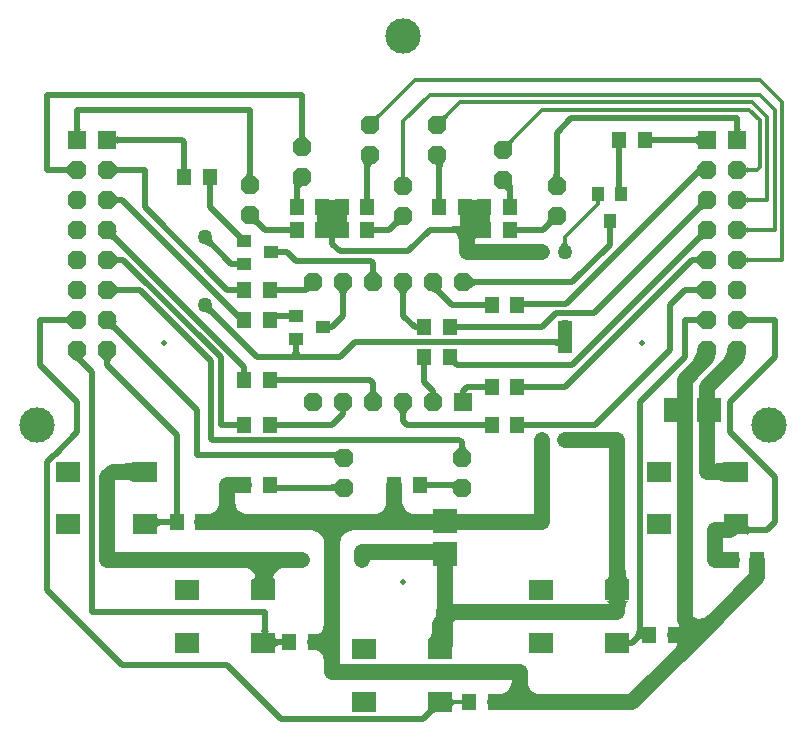
<source format=gtl>
G04 Layer_Physical_Order=1*
G04 Layer_Color=255*
%FSLAX25Y25*%
%MOIN*%
G70*
G01*
G75*
%ADD10R,0.04724X0.05512*%
%ADD11R,0.04921X0.03937*%
%ADD12R,0.05118X0.03937*%
%ADD13R,0.03937X0.04921*%
%ADD14R,0.03937X0.05118*%
%ADD15R,0.08000X0.08000*%
%ADD16R,0.08000X0.08000*%
%ADD17C,0.05200*%
%ADD18C,0.01300*%
%ADD19C,0.01900*%
%ADD20R,0.05000X0.10500*%
%ADD21R,0.10000X0.12500*%
%ADD22P,0.06819X8X22.5*%
%ADD23R,0.06300X0.06300*%
%ADD24R,0.08000X0.07000*%
%ADD25C,0.11811*%
%ADD26C,0.01969*%
%ADD27P,0.06819X8X292.5*%
%ADD28R,0.06300X0.06300*%
%ADD29C,0.05000*%
G36*
X284069Y144362D02*
X284293Y144307D01*
X284378Y144141D01*
X284322Y143866D01*
X284127Y143480D01*
X283793Y142983D01*
X283318Y142376D01*
X281950Y140832D01*
X280024Y138847D01*
X275881Y142058D01*
X276542Y142755D01*
X277134Y143452D01*
X277656Y144151D01*
X278109Y144851D01*
X278492Y145551D01*
X278805Y146253D01*
X279049Y146955D01*
X279223Y147659D01*
X279327Y148363D01*
X279362Y149069D01*
X284069Y144362D01*
D02*
G37*
G36*
X172101Y134613D02*
X172177Y133896D01*
X172242Y133605D01*
X172327Y133358D01*
X172431Y133157D01*
X172553Y133000D01*
X172694Y132888D01*
X172854Y132821D01*
X173033Y132799D01*
X169250D01*
X169429Y132821D01*
X169589Y132888D01*
X169730Y133000D01*
X169853Y133157D01*
X169956Y133358D01*
X170041Y133605D01*
X170107Y133896D01*
X170154Y134232D01*
X170182Y134613D01*
X170192Y135038D01*
X172092D01*
X172101Y134613D01*
D02*
G37*
G36*
X74747Y145184D02*
X74614Y145090D01*
X74538Y144964D01*
X74519Y144808D01*
X74559Y144621D01*
X74655Y144403D01*
X74810Y144155D01*
X75022Y143875D01*
X75292Y143565D01*
X75619Y143225D01*
X73810Y142347D01*
X73418Y142730D01*
X72382Y143637D01*
X72082Y143858D01*
X71806Y144040D01*
X71553Y144181D01*
X71323Y144281D01*
X71115Y144342D01*
X70931Y144362D01*
X74938Y145248D01*
X74747Y145184D01*
D02*
G37*
G36*
X294069Y144362D02*
X294293Y144307D01*
X294378Y144141D01*
X294322Y143866D01*
X294127Y143480D01*
X293793Y142983D01*
X293318Y142376D01*
X291950Y140832D01*
X290023Y138847D01*
X285881Y142058D01*
X286542Y142755D01*
X287134Y143452D01*
X287656Y144151D01*
X288109Y144851D01*
X288492Y145551D01*
X288805Y146253D01*
X289049Y146955D01*
X289223Y147659D01*
X289327Y148363D01*
X289362Y149069D01*
X294069Y144362D01*
D02*
G37*
G36*
X182854Y127179D02*
X182694Y127112D01*
X182553Y127000D01*
X182431Y126843D01*
X182327Y126642D01*
X182242Y126395D01*
X182176Y126104D01*
X182129Y125768D01*
X182101Y125388D01*
X182092Y124962D01*
X180192D01*
X180182Y125388D01*
X180107Y126104D01*
X180041Y126395D01*
X179956Y126642D01*
X179853Y126843D01*
X179730Y127000D01*
X179589Y127112D01*
X179429Y127179D01*
X179250Y127201D01*
X183033D01*
X182854Y127179D01*
D02*
G37*
G36*
X287981Y103323D02*
X287929Y103492D01*
X287772Y103643D01*
X287512Y103776D01*
X287148Y103891D01*
X286681Y103989D01*
X286108Y104069D01*
X284652Y104175D01*
X282781Y104211D01*
Y109411D01*
X283769Y109420D01*
X286681Y109633D01*
X287148Y109731D01*
X287512Y109846D01*
X287772Y109979D01*
X287929Y110130D01*
X287981Y110299D01*
Y103323D01*
D02*
G37*
G36*
X91130D02*
X91078Y103492D01*
X90922Y103643D01*
X90662Y103776D01*
X90298Y103891D01*
X89830Y103989D01*
X89258Y104069D01*
X87802Y104175D01*
X85930Y104211D01*
Y109411D01*
X86918Y109420D01*
X89830Y109633D01*
X90298Y109731D01*
X90662Y109846D01*
X90922Y109979D01*
X91078Y110130D01*
X91130Y110299D01*
Y103323D01*
D02*
G37*
G36*
X201786Y116227D02*
X201862Y115510D01*
X201927Y115219D01*
X202012Y114973D01*
X202116Y114771D01*
X202238Y114614D01*
X202379Y114502D01*
X202539Y114435D01*
X202718Y114413D01*
X198935D01*
X199114Y114435D01*
X199274Y114502D01*
X199415Y114614D01*
X199538Y114771D01*
X199641Y114973D01*
X199726Y115219D01*
X199792Y115510D01*
X199839Y115846D01*
X199867Y116227D01*
X199877Y116652D01*
X201777D01*
X201786Y116227D01*
D02*
G37*
G36*
X158331Y110600D02*
X158366Y110781D01*
X158352Y110942D01*
X158286Y111084D01*
X158171Y111208D01*
X158005Y111312D01*
X157788Y111398D01*
X157521Y111465D01*
X157204Y111512D01*
X156837Y111540D01*
X156419Y111550D01*
X156685Y113450D01*
X157174Y113459D01*
X158017Y113535D01*
X158370Y113601D01*
X158679Y113685D01*
X158942Y113789D01*
X159160Y113911D01*
X159333Y114053D01*
X159461Y114213D01*
X159544Y114392D01*
X158331Y110600D01*
D02*
G37*
G36*
X84182Y144642D02*
X84028Y144577D01*
X83893Y144469D01*
X83775Y144317D01*
X83676Y144123D01*
X83595Y143885D01*
X83531Y143603D01*
X83486Y143279D01*
X83459Y142911D01*
X83450Y142500D01*
X81550D01*
X81541Y142911D01*
X81469Y143603D01*
X81405Y143885D01*
X81324Y144123D01*
X81225Y144317D01*
X81107Y144469D01*
X80972Y144577D01*
X80818Y144642D01*
X80647Y144664D01*
X84354D01*
X84182Y144642D01*
D02*
G37*
G36*
X117507Y162253D02*
X117531Y162037D01*
X117573Y161825D01*
X117633Y161618D01*
X117711Y161415D01*
X117807Y161218D01*
X117920Y161025D01*
X118052Y160837D01*
X118201Y160654D01*
X118368Y160476D01*
X117024Y159132D01*
X116846Y159299D01*
X116663Y159448D01*
X116475Y159580D01*
X116282Y159693D01*
X116085Y159789D01*
X115883Y159867D01*
X115675Y159927D01*
X115463Y159969D01*
X115247Y159994D01*
X115025Y160000D01*
X117500Y162475D01*
X117507Y162253D01*
D02*
G37*
G36*
X279701Y155608D02*
X279679Y155787D01*
X279612Y155947D01*
X279500Y156089D01*
X279343Y156211D01*
X279142Y156315D01*
X278895Y156399D01*
X278604Y156465D01*
X278268Y156512D01*
X277888Y156541D01*
X277462Y156550D01*
Y158450D01*
X277888Y158459D01*
X278604Y158535D01*
X278895Y158601D01*
X279142Y158685D01*
X279343Y158789D01*
X279500Y158911D01*
X279612Y159053D01*
X279679Y159213D01*
X279701Y159391D01*
Y155608D01*
D02*
G37*
G36*
X182854Y167179D02*
X182694Y167112D01*
X182553Y167000D01*
X182431Y166843D01*
X182327Y166642D01*
X182242Y166395D01*
X182176Y166104D01*
X182129Y165768D01*
X182101Y165387D01*
X182092Y164962D01*
X180192D01*
X180182Y165387D01*
X180107Y166104D01*
X180041Y166395D01*
X179956Y166642D01*
X179853Y166843D01*
X179730Y167000D01*
X179589Y167112D01*
X179429Y167179D01*
X179250Y167201D01*
X183033D01*
X182854Y167179D01*
D02*
G37*
G36*
X162854D02*
X162694Y167112D01*
X162553Y167000D01*
X162431Y166843D01*
X162327Y166642D01*
X162242Y166395D01*
X162177Y166104D01*
X162129Y165768D01*
X162101Y165387D01*
X162092Y164962D01*
X160192D01*
X160182Y165387D01*
X160107Y166104D01*
X160041Y166395D01*
X159956Y166642D01*
X159853Y166843D01*
X159730Y167000D01*
X159589Y167112D01*
X159429Y167179D01*
X159250Y167201D01*
X163033D01*
X162854Y167179D01*
D02*
G37*
G36*
X69701Y155608D02*
X69679Y155787D01*
X69612Y155947D01*
X69500Y156089D01*
X69343Y156211D01*
X69142Y156315D01*
X68895Y156399D01*
X68604Y156465D01*
X68268Y156512D01*
X67888Y156541D01*
X67462Y156550D01*
Y158450D01*
X67888Y158459D01*
X68604Y158535D01*
X68895Y158601D01*
X69142Y158685D01*
X69343Y158789D01*
X69500Y158911D01*
X69612Y159053D01*
X69679Y159213D01*
X69701Y159391D01*
Y155608D01*
D02*
G37*
G36*
X233215Y148250D02*
X233053Y148402D01*
X232883Y148538D01*
X232703Y148658D01*
X232514Y148762D01*
X232316Y148850D01*
X232108Y148922D01*
X231892Y148978D01*
X231666Y149018D01*
X231432Y149042D01*
X231188Y149050D01*
Y150950D01*
X231432Y150958D01*
X231666Y150982D01*
X231892Y151022D01*
X232108Y151078D01*
X232316Y151150D01*
X232514Y151238D01*
X232703Y151342D01*
X232883Y151462D01*
X233053Y151598D01*
X233215Y151750D01*
Y148250D01*
D02*
G37*
G36*
X146441Y147489D02*
X146498Y147166D01*
X146593Y146881D01*
X146726Y146634D01*
X146897Y146425D01*
X147106Y146254D01*
X147353Y146121D01*
X147638Y146026D01*
X147961Y145969D01*
X148322Y145950D01*
X145472Y144050D01*
X142622Y145950D01*
X142983Y145969D01*
X143306Y146026D01*
X143591Y146121D01*
X143838Y146254D01*
X144047Y146425D01*
X144218Y146634D01*
X144351Y146881D01*
X144446Y147166D01*
X144503Y147489D01*
X144522Y147850D01*
X146422D01*
X146441Y147489D01*
D02*
G37*
G36*
X295329Y159220D02*
X295396Y159058D01*
X295508Y158915D01*
X295664Y158792D01*
X295865Y158687D01*
X296110Y158602D01*
X296400Y158536D01*
X296735Y158488D01*
X297114Y158459D01*
X297538Y158450D01*
Y156550D01*
X297114Y156541D01*
X296735Y156512D01*
X296400Y156465D01*
X296110Y156398D01*
X295865Y156313D01*
X295664Y156208D01*
X295508Y156085D01*
X295396Y155942D01*
X295329Y155780D01*
X295307Y155600D01*
Y159400D01*
X295329Y159220D01*
D02*
G37*
G36*
X85519Y156903D02*
X85463Y156733D01*
X85458Y156538D01*
X85505Y156318D01*
X85604Y156073D01*
X85754Y155803D01*
X85955Y155508D01*
X86208Y155188D01*
X86513Y154844D01*
X86869Y154475D01*
X85525Y153131D01*
X85156Y153487D01*
X84492Y154045D01*
X84197Y154246D01*
X83927Y154396D01*
X83682Y154495D01*
X83462Y154542D01*
X83267Y154537D01*
X83097Y154481D01*
X82951Y154374D01*
X85626Y157049D01*
X85519Y156903D01*
D02*
G37*
G36*
X197701Y100600D02*
X197736Y100780D01*
X197722Y100942D01*
X197656Y101084D01*
X197541Y101208D01*
X197375Y101312D01*
X197158Y101398D01*
X196892Y101464D01*
X196574Y101512D01*
X196207Y101541D01*
X195789Y101550D01*
X196056Y103450D01*
X196545Y103459D01*
X197387Y103535D01*
X197740Y103601D01*
X198049Y103685D01*
X198312Y103789D01*
X198530Y103911D01*
X198703Y104053D01*
X198831Y104213D01*
X198914Y104392D01*
X197701Y100600D01*
D02*
G37*
G36*
X197531Y51244D02*
X189800Y51232D01*
X189912Y51244D01*
X189555D01*
X189819Y51292D01*
X190055Y51436D01*
X190263Y51676D01*
X190444Y52012D01*
X190596Y52444D01*
X190721Y52972D01*
X190818Y53596D01*
X190888Y54316D01*
X190943Y56043D01*
X192390D01*
X192400Y56444D01*
X197600D01*
X197531Y51244D01*
D02*
G37*
G36*
X260969Y54989D02*
X261026Y54666D01*
X261121Y54381D01*
X261254Y54134D01*
X261425Y53925D01*
X261634Y53754D01*
X261881Y53621D01*
X262166Y53526D01*
X262489Y53469D01*
X262850Y53450D01*
X262294Y51550D01*
X261919Y51537D01*
X261556Y51496D01*
X261204Y51429D01*
X260862Y51335D01*
X260533Y51214D01*
X260214Y51066D01*
X259906Y50892D01*
X259610Y50690D01*
X259324Y50462D01*
X259050Y50207D01*
X257706Y51550D01*
X257962Y51824D01*
X258190Y52110D01*
X258392Y52406D01*
X258566Y52714D01*
X258714Y53033D01*
X258835Y53363D01*
X258929Y53704D01*
X258996Y54056D01*
X259037Y54419D01*
X259050Y54794D01*
X260950Y55350D01*
X260969Y54989D01*
D02*
G37*
G36*
X197600Y57500D02*
X195000D01*
X191705Y57882D01*
X191837Y58066D01*
X191955Y58340D01*
X192059Y58704D01*
X192150Y59159D01*
X192393Y62782D01*
X192400Y63777D01*
X197600Y57500D01*
D02*
G37*
G36*
X135959Y54966D02*
X135988Y54641D01*
X136036Y54354D01*
X136102Y54105D01*
X136188Y53895D01*
X136292Y53723D01*
X136416Y53589D01*
X136558Y53493D01*
X136720Y53436D01*
X136900Y53417D01*
X133100D01*
X133281Y53436D01*
X133442Y53493D01*
X133584Y53589D01*
X133708Y53723D01*
X133812Y53895D01*
X133898Y54105D01*
X133965Y54354D01*
X134012Y54641D01*
X134040Y54966D01*
X134050Y55329D01*
X135950D01*
X135959Y54966D01*
D02*
G37*
G36*
X138483Y51719D02*
X138541Y51558D01*
X138636Y51415D01*
X138770Y51292D01*
X138942Y51187D01*
X139153Y51102D01*
X139401Y51035D01*
X139688Y50988D01*
X140013Y50959D01*
X140376Y50950D01*
Y49050D01*
X140013Y49040D01*
X139688Y49012D01*
X139401Y48965D01*
X139153Y48898D01*
X138942Y48812D01*
X138770Y48708D01*
X138636Y48584D01*
X138541Y48442D01*
X138483Y48281D01*
X138464Y48100D01*
Y51900D01*
X138483Y51719D01*
D02*
G37*
G36*
X222652Y36812D02*
X222808Y35928D01*
X223068Y35148D01*
X223432Y34472D01*
X223900Y33900D01*
X224472Y33432D01*
X225148Y33068D01*
X225928Y32808D01*
X226812Y32652D01*
X227800Y32600D01*
X220000Y27400D01*
X212200Y32600D01*
X213188Y32652D01*
X214072Y32808D01*
X214852Y33068D01*
X215528Y33432D01*
X216100Y33900D01*
X216568Y34472D01*
X216932Y35148D01*
X217192Y35928D01*
X217348Y36812D01*
X217400Y37800D01*
X222600D01*
X222652Y36812D01*
D02*
G37*
G36*
X192742Y26768D02*
X192572Y26853D01*
X192380Y26889D01*
X192166Y26877D01*
X191930Y26815D01*
X191672Y26705D01*
X191393Y26547D01*
X191091Y26339D01*
X190768Y26083D01*
X190422Y25778D01*
X190055Y25424D01*
X188212Y26268D01*
X188610Y26680D01*
X189232Y27409D01*
X189454Y27725D01*
X189618Y28010D01*
X189723Y28262D01*
X189769Y28483D01*
X189757Y28673D01*
X189685Y28830D01*
X189555Y28955D01*
X192742Y26768D01*
D02*
G37*
G36*
X160100Y50000D02*
X154900Y42200D01*
X154868Y43188D01*
X154773Y44072D01*
X154615Y44852D01*
X154393Y45528D01*
X154108Y46100D01*
X153760Y46568D01*
X153348Y46932D01*
X152873Y47192D01*
X152334Y47348D01*
X151732Y47400D01*
Y52600D01*
X152334Y52652D01*
X152873Y52808D01*
X153348Y53068D01*
X153760Y53432D01*
X154108Y53900D01*
X154393Y54472D01*
X154615Y55148D01*
X154773Y55928D01*
X154868Y56812D01*
X154900Y57800D01*
X160100Y50000D01*
D02*
G37*
G36*
X197532Y31176D02*
X197572Y31066D01*
X197637Y30968D01*
X197729Y30884D01*
X197847Y30812D01*
X197992Y30754D01*
X198162Y30709D01*
X198359Y30676D01*
X198582Y30656D01*
X198831Y30650D01*
Y29350D01*
X198582Y29344D01*
X198359Y29324D01*
X198162Y29291D01*
X197992Y29246D01*
X197847Y29188D01*
X197729Y29116D01*
X197637Y29032D01*
X197572Y28934D01*
X197532Y28824D01*
X197519Y28700D01*
Y31300D01*
X197532Y31176D01*
D02*
G37*
G36*
X281838Y50661D02*
X278162Y46985D01*
X270046Y46223D01*
X271290Y47547D01*
X271742Y48098D01*
X272081Y48576D01*
X272306Y48981D01*
X272418Y49312D01*
X272417Y49569D01*
X272302Y49753D01*
X272074Y49863D01*
X271732Y49900D01*
Y55100D01*
X272427Y55123D01*
X272697Y55151D01*
X272917Y55190D01*
X273085Y55240D01*
X273202Y55302D01*
X273269Y55375D01*
X273284Y55459D01*
X273248Y55555D01*
X273162Y55661D01*
X276838Y59338D01*
X277476Y58775D01*
X278124Y58347D01*
X278782Y58057D01*
X279450Y57903D01*
X280129Y57887D01*
X280818Y58007D01*
X281517Y58263D01*
X282227Y58657D01*
X282947Y59187D01*
X283677Y59854D01*
X281838Y50661D01*
D02*
G37*
G36*
X99113Y91720D02*
X99171Y91558D01*
X99266Y91416D01*
X99400Y91292D01*
X99572Y91188D01*
X99782Y91102D01*
X100031Y91035D01*
X100318Y90988D01*
X100643Y90960D01*
X101006Y90950D01*
Y89050D01*
X100643Y89040D01*
X100318Y89012D01*
X100031Y88964D01*
X99782Y88898D01*
X99572Y88813D01*
X99400Y88708D01*
X99266Y88585D01*
X99171Y88442D01*
X99113Y88280D01*
X99094Y88100D01*
Y91900D01*
X99113Y91720D01*
D02*
G37*
G36*
X180920Y96812D02*
X181076Y95928D01*
X181336Y95148D01*
X181700Y94472D01*
X182168Y93900D01*
X182740Y93432D01*
X183416Y93068D01*
X184196Y92808D01*
X185080Y92652D01*
X186068Y92600D01*
X178268Y87400D01*
X170468Y92600D01*
X171456Y92652D01*
X172340Y92808D01*
X173120Y93068D01*
X173796Y93432D01*
X174368Y93900D01*
X174836Y94472D01*
X175200Y95148D01*
X175460Y95928D01*
X175616Y96812D01*
X175668Y97800D01*
X180868D01*
X180920Y96812D01*
D02*
G37*
G36*
X158658Y99723D02*
X158636Y99901D01*
X158569Y100062D01*
X158457Y100203D01*
X158300Y100325D01*
X158098Y100429D01*
X157852Y100514D01*
X157561Y100579D01*
X157225Y100627D01*
X156844Y100655D01*
X156419Y100664D01*
Y102564D01*
X156844Y102574D01*
X157561Y102649D01*
X157852Y102715D01*
X158098Y102799D01*
X158300Y102903D01*
X158457Y103025D01*
X158569Y103167D01*
X158636Y103327D01*
X158658Y103506D01*
Y99723D01*
D02*
G37*
G36*
X295964Y89219D02*
X296022Y89058D01*
X296118Y88915D01*
X296252Y88792D01*
X296424Y88687D01*
X296634Y88602D01*
X296883Y88535D01*
X297169Y88488D01*
X297494Y88459D01*
X297856Y88450D01*
Y86550D01*
X297496Y86543D01*
X296887Y86485D01*
X296640Y86434D01*
X296431Y86368D01*
X296260Y86288D01*
X296128Y86194D01*
X296033Y86085D01*
X295975Y85961D01*
X295956Y85823D01*
X295954Y86477D01*
X293886Y86328D01*
X293348Y86230D01*
X292889Y86114D01*
X292511Y85981D01*
X292213Y85829D01*
X291995Y85660D01*
Y89340D01*
X292213Y89171D01*
X292511Y89019D01*
X292889Y88886D01*
X293348Y88770D01*
X293886Y88672D01*
X295202Y88530D01*
X295948Y88498D01*
X295944Y89400D01*
X295964Y89219D01*
D02*
G37*
G36*
X125152Y96812D02*
X125308Y95928D01*
X125568Y95148D01*
X125932Y94472D01*
X126400Y93900D01*
X126972Y93432D01*
X127648Y93068D01*
X128428Y92808D01*
X129312Y92652D01*
X130300Y92600D01*
X122500Y87400D01*
X114700Y92600D01*
X115688Y92652D01*
X116572Y92808D01*
X117352Y93068D01*
X118028Y93432D01*
X118600Y93900D01*
X119068Y94472D01*
X119432Y95148D01*
X119692Y95928D01*
X119848Y96812D01*
X119900Y97800D01*
X125100D01*
X125152Y96812D01*
D02*
G37*
G36*
X142800Y74900D02*
X141812Y74848D01*
X140928Y74692D01*
X140148Y74432D01*
X139472Y74068D01*
X138900Y73600D01*
X138432Y73028D01*
X138068Y72352D01*
X137899Y71843D01*
X137915Y71761D01*
X138029Y71397D01*
X138161Y71137D01*
X138310Y70981D01*
X138476Y70929D01*
X137695D01*
X137652Y70688D01*
X137600Y69700D01*
X132400D01*
X132348Y70688D01*
X132306Y70929D01*
X130500D01*
X130861Y70981D01*
X131184Y71137D01*
X131469Y71397D01*
X131716Y71761D01*
X131925Y72229D01*
X131948Y72305D01*
X131932Y72352D01*
X131568Y73028D01*
X131100Y73600D01*
X130528Y74068D01*
X129852Y74432D01*
X129072Y74692D01*
X128188Y74848D01*
X127200Y74900D01*
X135000Y80100D01*
X142800Y74900D01*
D02*
G37*
G36*
X256215Y63914D02*
X256001Y63799D01*
X255813Y63606D01*
X255650Y63336D01*
X255512Y62989D01*
X255399Y62565D01*
X255311Y62064D01*
X255249Y61486D01*
X255198Y60098D01*
X249998D01*
X249986Y60831D01*
X249886Y62064D01*
X249798Y62565D01*
X249685Y62989D01*
X249547Y63336D01*
X249384Y63606D01*
X249196Y63799D01*
X248982Y63914D01*
X248744Y63953D01*
X256453D01*
X256215Y63914D01*
D02*
G37*
G36*
X165300Y87400D02*
X164312Y87348D01*
X163428Y87192D01*
X162648Y86932D01*
X161972Y86568D01*
X161400Y86100D01*
X160932Y85528D01*
X160568Y84852D01*
X160308Y84072D01*
X160152Y83188D01*
X160100Y82200D01*
X154900D01*
X154848Y83188D01*
X154692Y84072D01*
X154432Y84852D01*
X154068Y85528D01*
X153600Y86100D01*
X153028Y86568D01*
X152352Y86932D01*
X151572Y87192D01*
X150688Y87348D01*
X149700Y87400D01*
X157500Y92600D01*
X165300Y87400D01*
D02*
G37*
G36*
X255212Y75141D02*
X255323Y73477D01*
X255420Y72801D01*
X255545Y72229D01*
X255698Y71761D01*
X255878Y71397D01*
X256087Y71137D01*
X256323Y70981D01*
X256586Y70929D01*
X248610D01*
X248874Y70981D01*
X249110Y71137D01*
X249318Y71397D01*
X249499Y71761D01*
X249651Y72229D01*
X249776Y72801D01*
X249873Y73477D01*
X249943Y74257D01*
X249998Y76129D01*
X255198D01*
X255212Y75141D01*
D02*
G37*
G36*
X85329Y209220D02*
X85396Y209058D01*
X85508Y208915D01*
X85664Y208792D01*
X85865Y208687D01*
X86110Y208602D01*
X86400Y208536D01*
X86735Y208488D01*
X87114Y208459D01*
X87538Y208450D01*
Y206550D01*
X87114Y206540D01*
X86735Y206512D01*
X86400Y206465D01*
X86110Y206398D01*
X85865Y206312D01*
X85664Y206208D01*
X85508Y206084D01*
X85396Y205942D01*
X85329Y205781D01*
X85307Y205600D01*
Y209400D01*
X85329Y209220D01*
D02*
G37*
G36*
X130959Y207113D02*
X131035Y206396D01*
X131101Y206105D01*
X131185Y205858D01*
X131289Y205657D01*
X131411Y205500D01*
X131553Y205388D01*
X131713Y205321D01*
X131892Y205298D01*
X128109D01*
X128287Y205321D01*
X128447Y205388D01*
X128589Y205500D01*
X128711Y205657D01*
X128815Y205858D01*
X128899Y206105D01*
X128965Y206396D01*
X129012Y206732D01*
X129041Y207113D01*
X129050Y207538D01*
X130950D01*
X130959Y207113D01*
D02*
G37*
G36*
X295651Y208677D02*
X295690Y208566D01*
X295755Y208469D01*
X295846Y208384D01*
X295963Y208313D01*
X296106Y208254D01*
X296275Y208208D01*
X296470Y208176D01*
X296691Y208156D01*
X296938Y208150D01*
Y206850D01*
X296691Y206843D01*
X296470Y206824D01*
X296275Y206791D01*
X296106Y206746D01*
X295963Y206687D01*
X295846Y206616D01*
X295755Y206532D01*
X295690Y206434D01*
X295651Y206324D01*
X295638Y206200D01*
Y208800D01*
X295651Y208677D01*
D02*
G37*
G36*
X69701Y205609D02*
X69679Y205787D01*
X69612Y205947D01*
X69500Y206089D01*
X69343Y206211D01*
X69142Y206315D01*
X68895Y206399D01*
X68604Y206465D01*
X68268Y206512D01*
X67888Y206541D01*
X67462Y206550D01*
Y208450D01*
X67888Y208459D01*
X68604Y208535D01*
X68895Y208601D01*
X69142Y208685D01*
X69343Y208789D01*
X69500Y208911D01*
X69612Y209053D01*
X69679Y209213D01*
X69701Y209391D01*
Y205609D01*
D02*
G37*
G36*
X181798Y206354D02*
X181818Y206131D01*
X181850Y205934D01*
X181896Y205764D01*
X181954Y205619D01*
X182026Y205501D01*
X182110Y205409D01*
X182208Y205344D01*
X182318Y205305D01*
X182442Y205291D01*
X179842D01*
X179965Y205305D01*
X180076Y205344D01*
X180173Y205409D01*
X180258Y205501D01*
X180329Y205619D01*
X180388Y205764D01*
X180433Y205934D01*
X180466Y206131D01*
X180485Y206354D01*
X180492Y206603D01*
X181792D01*
X181798Y206354D01*
D02*
G37*
G36*
X147668Y201874D02*
X147487Y201935D01*
X147326Y201941D01*
X147183Y201890D01*
X147060Y201783D01*
X146955Y201620D01*
X146870Y201400D01*
X146803Y201125D01*
X146756Y200794D01*
X146727Y200406D01*
X146718Y199962D01*
X144818Y201075D01*
X144813Y201441D01*
X144745Y202364D01*
X144704Y202614D01*
X144654Y202835D01*
X144594Y203028D01*
X144526Y203191D01*
X144449Y203325D01*
X144362Y203431D01*
X147668Y201874D01*
D02*
G37*
G36*
X217733Y202367D02*
X217722Y202271D01*
X217705Y201912D01*
X217682Y199495D01*
X215782Y198938D01*
X215773Y199393D01*
X215697Y200127D01*
X215630Y200406D01*
X215545Y200626D01*
X215440Y200788D01*
X215317Y200892D01*
X215174Y200936D01*
X215013Y200923D01*
X214832Y200850D01*
X217744Y202407D01*
X217733Y202367D01*
D02*
G37*
G36*
X280248Y205062D02*
X280185Y205253D01*
X280090Y205386D01*
X279964Y205462D01*
X279808Y205481D01*
X279621Y205441D01*
X279403Y205345D01*
X279155Y205190D01*
X278875Y204978D01*
X278566Y204709D01*
X278225Y204381D01*
X277347Y206190D01*
X277730Y206582D01*
X278637Y207618D01*
X278858Y207918D01*
X279040Y208194D01*
X279181Y208447D01*
X279281Y208678D01*
X279342Y208885D01*
X279362Y209069D01*
X280248Y205062D01*
D02*
G37*
G36*
X233282Y206778D02*
X233358Y206061D01*
X233423Y205770D01*
X233508Y205524D01*
X233612Y205322D01*
X233734Y205165D01*
X233875Y205053D01*
X234035Y204986D01*
X234214Y204964D01*
X230431D01*
X230610Y204986D01*
X230770Y205053D01*
X230911Y205165D01*
X231034Y205322D01*
X231137Y205524D01*
X231222Y205770D01*
X231288Y206061D01*
X231335Y206397D01*
X231363Y206778D01*
X231373Y207203D01*
X233273D01*
X233282Y206778D01*
D02*
G37*
G36*
X194980Y210392D02*
X194820Y210268D01*
X194679Y210098D01*
X194557Y209881D01*
X194453Y209619D01*
X194368Y209310D01*
X194302Y208954D01*
X194255Y208553D01*
X194227Y208105D01*
X194218Y207611D01*
X192318Y207462D01*
X192308Y207875D01*
X192280Y208238D01*
X192232Y208552D01*
X192166Y208817D01*
X192080Y209033D01*
X191976Y209200D01*
X191852Y209317D01*
X191710Y209385D01*
X191548Y209404D01*
X191368Y209374D01*
X195159Y210469D01*
X194980Y210392D01*
D02*
G37*
G36*
X293460Y222175D02*
X293488Y221850D01*
X293535Y221563D01*
X293602Y221314D01*
X293688Y221104D01*
X293792Y220932D01*
X293916Y220798D01*
X294058Y220703D01*
X294219Y220645D01*
X294400Y220626D01*
X290600D01*
X290780Y220645D01*
X290942Y220703D01*
X291085Y220798D01*
X291208Y220932D01*
X291313Y221104D01*
X291398Y221314D01*
X291464Y221563D01*
X291512Y221850D01*
X291541Y222175D01*
X291550Y222538D01*
X293450D01*
X293460Y222175D01*
D02*
G37*
G36*
X73460D02*
X73488Y221850D01*
X73536Y221563D01*
X73602Y221314D01*
X73687Y221104D01*
X73792Y220932D01*
X73915Y220798D01*
X74058Y220703D01*
X74220Y220645D01*
X74400Y220626D01*
X70600D01*
X70780Y220645D01*
X70942Y220703D01*
X71084Y220798D01*
X71208Y220932D01*
X71312Y221104D01*
X71398Y221314D01*
X71465Y221563D01*
X71512Y221850D01*
X71540Y222175D01*
X71550Y222538D01*
X73450D01*
X73460Y222175D01*
D02*
G37*
G36*
X196232Y225313D02*
X196036Y225107D01*
X195869Y224913D01*
X195733Y224732D01*
X195626Y224562D01*
X195551Y224405D01*
X195505Y224259D01*
X195490Y224126D01*
X195505Y224005D01*
X195550Y223896D01*
X195626Y223799D01*
X193799Y225626D01*
X193896Y225550D01*
X194005Y225505D01*
X194126Y225490D01*
X194259Y225505D01*
X194405Y225551D01*
X194562Y225626D01*
X194732Y225733D01*
X194913Y225869D01*
X195107Y226035D01*
X195313Y226232D01*
X196232Y225313D01*
D02*
G37*
G36*
X173732D02*
X173536Y225107D01*
X173369Y224913D01*
X173233Y224732D01*
X173126Y224562D01*
X173051Y224405D01*
X173005Y224259D01*
X172990Y224126D01*
X173005Y224005D01*
X173050Y223896D01*
X173126Y223799D01*
X171300Y225626D01*
X171396Y225550D01*
X171505Y225505D01*
X171626Y225490D01*
X171759Y225505D01*
X171905Y225551D01*
X172062Y225626D01*
X172232Y225733D01*
X172413Y225869D01*
X172607Y226035D01*
X172813Y226232D01*
X173732Y225313D01*
D02*
G37*
G36*
X148459Y219613D02*
X148535Y218896D01*
X148601Y218605D01*
X148685Y218358D01*
X148789Y218157D01*
X148911Y218000D01*
X149053Y217888D01*
X149213Y217821D01*
X149391Y217798D01*
X145608D01*
X145787Y217821D01*
X145947Y217888D01*
X146089Y218000D01*
X146211Y218157D01*
X146315Y218358D01*
X146399Y218605D01*
X146465Y218896D01*
X146512Y219232D01*
X146541Y219613D01*
X146550Y220038D01*
X148450D01*
X148459Y219613D01*
D02*
G37*
G36*
X85645Y219219D02*
X85703Y219058D01*
X85798Y218916D01*
X85932Y218792D01*
X86104Y218688D01*
X86314Y218602D01*
X86563Y218535D01*
X86850Y218488D01*
X87175Y218460D01*
X87538Y218450D01*
Y216550D01*
X87175Y216541D01*
X86850Y216512D01*
X86563Y216464D01*
X86314Y216398D01*
X86104Y216313D01*
X85932Y216208D01*
X85798Y216085D01*
X85703Y215942D01*
X85645Y215780D01*
X85626Y215600D01*
Y219400D01*
X85645Y219219D01*
D02*
G37*
G36*
X171132Y209374D02*
X170952Y209404D01*
X170790Y209385D01*
X170648Y209317D01*
X170524Y209200D01*
X170420Y209033D01*
X170334Y208817D01*
X170268Y208552D01*
X170220Y208238D01*
X170192Y207875D01*
X170182Y207462D01*
X168282Y207611D01*
X168273Y208105D01*
X168198Y208954D01*
X168132Y209310D01*
X168047Y209619D01*
X167943Y209881D01*
X167821Y210098D01*
X167680Y210268D01*
X167520Y210392D01*
X167341Y210469D01*
X171132Y209374D01*
D02*
G37*
G36*
X218024Y217105D02*
X217832Y216903D01*
X217672Y216716D01*
X217545Y216543D01*
X217450Y216383D01*
X217387Y216238D01*
X217356Y216106D01*
X217358Y215988D01*
X217391Y215884D01*
X217457Y215793D01*
X217556Y215717D01*
X216553Y216326D01*
X216899Y215980D01*
X215556Y214606D01*
X214606Y215556D01*
X214625Y215570D01*
X214671Y215610D01*
X215725Y216644D01*
X215840Y216759D01*
X215276Y217102D01*
X215396Y217050D01*
X215530Y217030D01*
X215677Y217041D01*
X215839Y217085D01*
X216015Y217161D01*
X216205Y217269D01*
X216409Y217410D01*
X216627Y217582D01*
X216859Y217787D01*
X217105Y218024D01*
X218024Y217105D01*
D02*
G37*
G36*
X279374Y215600D02*
X279355Y215780D01*
X279297Y215942D01*
X279202Y216085D01*
X279068Y216208D01*
X278896Y216313D01*
X278686Y216398D01*
X278437Y216464D01*
X278150Y216512D01*
X277825Y216541D01*
X277462Y216550D01*
Y218450D01*
X277825Y218460D01*
X278150Y218488D01*
X278437Y218535D01*
X278686Y218602D01*
X278896Y218688D01*
X279068Y218792D01*
X279202Y218916D01*
X279297Y219058D01*
X279355Y219219D01*
X279374Y219400D01*
Y215600D01*
D02*
G37*
G36*
X295651Y198677D02*
X295690Y198566D01*
X295755Y198468D01*
X295846Y198384D01*
X295963Y198312D01*
X296106Y198254D01*
X296275Y198208D01*
X296470Y198176D01*
X296691Y198156D01*
X296938Y198150D01*
Y196850D01*
X296691Y196844D01*
X296470Y196824D01*
X296275Y196792D01*
X296106Y196746D01*
X295963Y196687D01*
X295846Y196616D01*
X295755Y196531D01*
X295690Y196434D01*
X295651Y196324D01*
X295638Y196200D01*
Y198800D01*
X295651Y198677D01*
D02*
G37*
G36*
X279663Y175646D02*
X279642Y175818D01*
X279577Y175972D01*
X279469Y176107D01*
X279317Y176225D01*
X279123Y176324D01*
X278885Y176405D01*
X278603Y176469D01*
X278279Y176514D01*
X277911Y176541D01*
X277500Y176550D01*
Y178450D01*
X277911Y178459D01*
X278603Y178531D01*
X278885Y178595D01*
X279123Y178676D01*
X279317Y178775D01*
X279469Y178893D01*
X279577Y179028D01*
X279642Y179182D01*
X279663Y179353D01*
Y175646D01*
D02*
G37*
G36*
X85329Y179219D02*
X85396Y179058D01*
X85508Y178916D01*
X85664Y178792D01*
X85865Y178688D01*
X86110Y178602D01*
X86400Y178535D01*
X86735Y178488D01*
X87114Y178460D01*
X87538Y178450D01*
Y176550D01*
X87114Y176541D01*
X86735Y176512D01*
X86400Y176464D01*
X86110Y176398D01*
X85865Y176312D01*
X85664Y176208D01*
X85508Y176084D01*
X85396Y175942D01*
X85329Y175780D01*
X85307Y175600D01*
Y179400D01*
X85329Y179219D01*
D02*
G37*
G36*
X117507Y184753D02*
X117531Y184537D01*
X117573Y184325D01*
X117633Y184117D01*
X117711Y183915D01*
X117807Y183718D01*
X117920Y183525D01*
X118052Y183337D01*
X118201Y183154D01*
X118368Y182976D01*
X117024Y181632D01*
X116846Y181799D01*
X116663Y181948D01*
X116475Y182080D01*
X116282Y182193D01*
X116085Y182289D01*
X115883Y182367D01*
X115675Y182427D01*
X115463Y182469D01*
X115247Y182493D01*
X115025Y182500D01*
X117500Y184975D01*
X117507Y184753D01*
D02*
G37*
G36*
X295651Y178676D02*
X295690Y178566D01*
X295755Y178469D01*
X295846Y178384D01*
X295963Y178313D01*
X296106Y178254D01*
X296275Y178208D01*
X296470Y178176D01*
X296691Y178156D01*
X296938Y178150D01*
Y176850D01*
X296691Y176844D01*
X296470Y176824D01*
X296275Y176792D01*
X296106Y176746D01*
X295963Y176688D01*
X295846Y176616D01*
X295755Y176532D01*
X295690Y176434D01*
X295651Y176323D01*
X295638Y176200D01*
Y178800D01*
X295651Y178676D01*
D02*
G37*
G36*
X172101Y174612D02*
X172177Y173896D01*
X172242Y173605D01*
X172327Y173358D01*
X172431Y173157D01*
X172553Y173000D01*
X172694Y172888D01*
X172854Y172821D01*
X173033Y172799D01*
X169250D01*
X169429Y172821D01*
X169589Y172888D01*
X169730Y173000D01*
X169853Y173157D01*
X169956Y173358D01*
X170041Y173605D01*
X170107Y173896D01*
X170154Y174232D01*
X170182Y174612D01*
X170192Y175038D01*
X172092D01*
X172101Y174612D01*
D02*
G37*
G36*
X85329Y169220D02*
X85396Y169058D01*
X85508Y168915D01*
X85664Y168792D01*
X85865Y168687D01*
X86110Y168602D01*
X86400Y168535D01*
X86735Y168488D01*
X87114Y168459D01*
X87538Y168450D01*
Y166550D01*
X87114Y166541D01*
X86735Y166512D01*
X86400Y166464D01*
X86110Y166398D01*
X85865Y166313D01*
X85664Y166208D01*
X85508Y166085D01*
X85396Y165942D01*
X85329Y165780D01*
X85307Y165600D01*
Y169400D01*
X85329Y169220D01*
D02*
G37*
G36*
X194094Y168337D02*
X193981Y168222D01*
X193920Y168082D01*
X193910Y167917D01*
X193952Y167727D01*
X194046Y167512D01*
X194192Y167272D01*
X194389Y167008D01*
X194639Y166718D01*
X194940Y166404D01*
X193138Y165518D01*
X192798Y165846D01*
X192165Y166372D01*
X191872Y166571D01*
X191596Y166728D01*
X191335Y166842D01*
X191090Y166914D01*
X190861Y166943D01*
X190648Y166930D01*
X190451Y166874D01*
X194259Y168428D01*
X194094Y168337D01*
D02*
G37*
G36*
X203971Y171720D02*
X204038Y171558D01*
X204150Y171415D01*
X204306Y171292D01*
X204506Y171187D01*
X204752Y171102D01*
X205042Y171036D01*
X205377Y170988D01*
X205756Y170959D01*
X206180Y170950D01*
Y169050D01*
X205756Y169041D01*
X205377Y169012D01*
X205042Y168965D01*
X204752Y168898D01*
X204506Y168813D01*
X204306Y168708D01*
X204150Y168585D01*
X204038Y168442D01*
X203971Y168280D01*
X203949Y168100D01*
Y171900D01*
X203971Y171720D01*
D02*
G37*
G36*
X279701Y165609D02*
X279679Y165787D01*
X279612Y165947D01*
X279500Y166089D01*
X279343Y166211D01*
X279142Y166315D01*
X278895Y166399D01*
X278604Y166465D01*
X278268Y166512D01*
X277888Y166541D01*
X277462Y166550D01*
Y168450D01*
X277888Y168459D01*
X278604Y168535D01*
X278895Y168601D01*
X279142Y168685D01*
X279343Y168789D01*
X279500Y168911D01*
X279612Y169053D01*
X279679Y169213D01*
X279701Y169392D01*
Y165609D01*
D02*
G37*
G36*
X235661Y183704D02*
X235694Y183493D01*
X235749Y183281D01*
X235826Y183069D01*
X235925Y182857D01*
X236046Y182643D01*
X236189Y182430D01*
X236354Y182215D01*
X236541Y182001D01*
X236750Y181785D01*
X233250D01*
X233459Y182001D01*
X233646Y182215D01*
X233811Y182430D01*
X233954Y182643D01*
X234075Y182857D01*
X234174Y183069D01*
X234251Y183281D01*
X234306Y183493D01*
X234339Y183704D01*
X234350Y183914D01*
X235650D01*
X235661Y183704D01*
D02*
G37*
G36*
X231872Y189039D02*
X231726Y189147D01*
X231556Y189203D01*
X231361Y189207D01*
X231140Y189160D01*
X230895Y189061D01*
X230626Y188911D01*
X230331Y188710D01*
X230011Y188457D01*
X229667Y188153D01*
X229298Y187797D01*
X227954Y189140D01*
X228310Y189509D01*
X228868Y190173D01*
X229069Y190468D01*
X229219Y190738D01*
X229317Y190983D01*
X229365Y191203D01*
X229360Y191398D01*
X229304Y191569D01*
X229197Y191714D01*
X231872Y189039D01*
D02*
G37*
G36*
X180691D02*
X180545Y189147D01*
X180375Y189203D01*
X180179Y189207D01*
X179959Y189160D01*
X179714Y189061D01*
X179444Y188911D01*
X179150Y188710D01*
X178830Y188457D01*
X178486Y188153D01*
X178117Y187797D01*
X176773Y189140D01*
X177129Y189509D01*
X177686Y190173D01*
X177888Y190468D01*
X178038Y190738D01*
X178136Y190983D01*
X178183Y191203D01*
X178179Y191398D01*
X178123Y191569D01*
X178016Y191714D01*
X180691Y189039D01*
D02*
G37*
G36*
X85366Y199189D02*
X85431Y199034D01*
X85539Y198897D01*
X85690Y198778D01*
X85884Y198678D01*
X86121Y198596D01*
X86401Y198532D01*
X86724Y198486D01*
X87090Y198459D01*
X87500Y198450D01*
Y196550D01*
X87090Y196541D01*
X86401Y196468D01*
X86121Y196404D01*
X85884Y196322D01*
X85690Y196222D01*
X85539Y196103D01*
X85431Y195966D01*
X85366Y195811D01*
X85345Y195638D01*
Y199362D01*
X85366Y199189D01*
D02*
G37*
G36*
X282049Y194374D02*
X281903Y194481D01*
X281733Y194537D01*
X281538Y194542D01*
X281318Y194495D01*
X281073Y194396D01*
X280803Y194246D01*
X280508Y194045D01*
X280188Y193792D01*
X279844Y193487D01*
X279475Y193131D01*
X278131Y194475D01*
X278487Y194844D01*
X279045Y195508D01*
X279246Y195803D01*
X279396Y196073D01*
X279495Y196318D01*
X279542Y196538D01*
X279537Y196733D01*
X279481Y196903D01*
X279374Y197049D01*
X282049Y194374D01*
D02*
G37*
G36*
X133019Y191903D02*
X132963Y191733D01*
X132958Y191538D01*
X133005Y191318D01*
X133104Y191073D01*
X133254Y190803D01*
X133455Y190508D01*
X133708Y190188D01*
X134013Y189844D01*
X134369Y189475D01*
X133025Y188131D01*
X132656Y188487D01*
X131992Y189045D01*
X131697Y189246D01*
X131427Y189396D01*
X131182Y189495D01*
X130962Y189542D01*
X130767Y189537D01*
X130597Y189481D01*
X130451Y189374D01*
X133126Y192049D01*
X133019Y191903D01*
D02*
G37*
G36*
X282049Y184374D02*
X281903Y184481D01*
X281733Y184537D01*
X281538Y184542D01*
X281318Y184495D01*
X281073Y184396D01*
X280803Y184246D01*
X280508Y184045D01*
X280188Y183792D01*
X279844Y183487D01*
X279475Y183131D01*
X278131Y184475D01*
X278487Y184844D01*
X279045Y185508D01*
X279246Y185803D01*
X279396Y186073D01*
X279495Y186318D01*
X279542Y186538D01*
X279537Y186733D01*
X279481Y186903D01*
X279374Y187049D01*
X282049Y184374D01*
D02*
G37*
G36*
X85519Y186903D02*
X85463Y186733D01*
X85458Y186538D01*
X85505Y186318D01*
X85604Y186073D01*
X85754Y185803D01*
X85955Y185508D01*
X86208Y185188D01*
X86513Y184844D01*
X86869Y184475D01*
X85525Y183131D01*
X85156Y183487D01*
X84492Y184045D01*
X84197Y184246D01*
X83927Y184396D01*
X83682Y184495D01*
X83462Y184542D01*
X83267Y184537D01*
X83097Y184481D01*
X82951Y184374D01*
X85626Y187049D01*
X85519Y186903D01*
D02*
G37*
G36*
X204409Y189325D02*
X204722Y189141D01*
X205064Y188979D01*
X205435Y188839D01*
X205835Y188720D01*
X206264Y188623D01*
X206722Y188547D01*
X207208Y188493D01*
X208268Y188450D01*
Y186550D01*
X207723Y186539D01*
X206722Y186453D01*
X206454Y186408D01*
X206316Y186342D01*
X206031Y186082D01*
X205784Y185718D01*
X205575Y185250D01*
X205404Y184678D01*
X205271Y184002D01*
X205119Y182338D01*
X205100Y181350D01*
X199900D01*
X199881Y182338D01*
X199824Y183222D01*
X199729Y184002D01*
X199596Y184678D01*
X199425Y185250D01*
X199216Y185718D01*
X198969Y186082D01*
X198690Y186336D01*
X197455Y186470D01*
X195818Y186541D01*
X194880Y186550D01*
Y188450D01*
X195818Y188459D01*
X198772Y188672D01*
X199310Y188770D01*
X199768Y188886D01*
X200146Y189019D01*
X200445Y189171D01*
X200663Y189340D01*
Y187674D01*
X202500Y188450D01*
X204124Y187764D01*
Y189530D01*
X204409Y189325D01*
D02*
G37*
G36*
X295651Y188677D02*
X295690Y188566D01*
X295755Y188469D01*
X295846Y188384D01*
X295963Y188312D01*
X296106Y188254D01*
X296275Y188208D01*
X296470Y188176D01*
X296691Y188156D01*
X296938Y188150D01*
Y186850D01*
X296691Y186844D01*
X296470Y186824D01*
X296275Y186792D01*
X296106Y186746D01*
X295963Y186688D01*
X295846Y186616D01*
X295755Y186531D01*
X295690Y186434D01*
X295651Y186323D01*
X295638Y186200D01*
Y188800D01*
X295651Y188677D01*
D02*
G37*
D10*
X219232Y122500D02*
D03*
X210768D02*
D03*
X193268Y195000D02*
D03*
X201732D02*
D03*
X169232D02*
D03*
X160768D02*
D03*
X145768D02*
D03*
X154232D02*
D03*
X145768Y187500D02*
D03*
X154232D02*
D03*
X169232D02*
D03*
X160768D02*
D03*
X263268Y52500D02*
D03*
X271732D02*
D03*
X290768Y77500D02*
D03*
X299232D02*
D03*
X203268Y30000D02*
D03*
X211732D02*
D03*
X143268Y50000D02*
D03*
X151732D02*
D03*
X105768Y90000D02*
D03*
X114232D02*
D03*
X136732Y167500D02*
D03*
X128268D02*
D03*
X210768Y162500D02*
D03*
X219232D02*
D03*
X188268Y155000D02*
D03*
X196732D02*
D03*
X136732Y102500D02*
D03*
X128268D02*
D03*
X186732D02*
D03*
X178268D02*
D03*
X216732Y187500D02*
D03*
X208268D02*
D03*
X216732Y195000D02*
D03*
X208268D02*
D03*
X128268Y122500D02*
D03*
X136732D02*
D03*
X128268Y137500D02*
D03*
X136732D02*
D03*
X196732Y145000D02*
D03*
X188268D02*
D03*
X219232Y135000D02*
D03*
X210768D02*
D03*
X136732Y157500D02*
D03*
X128268D02*
D03*
X116732Y205000D02*
D03*
X108268D02*
D03*
X253268Y217500D02*
D03*
X261732D02*
D03*
D11*
X145472Y158740D02*
D03*
Y151260D02*
D03*
X127972Y183740D02*
D03*
Y176260D02*
D03*
D12*
X154606Y155000D02*
D03*
X137106Y180000D02*
D03*
D13*
X253740Y199528D02*
D03*
X246260D02*
D03*
D14*
X250000Y190394D02*
D03*
D15*
X195000Y90543D02*
D03*
Y79457D02*
D03*
D16*
X271957Y127500D02*
D03*
X283043D02*
D03*
D17*
X167500Y80000D02*
X195000D01*
X167500Y77500D02*
Y80000D01*
X195000Y57500D02*
Y80000D01*
X285000Y87500D02*
X290158D01*
X285000Y77500D02*
Y87500D01*
Y77500D02*
X290768D01*
X202500Y180000D02*
Y187500D01*
Y180000D02*
X227500D01*
Y90000D02*
Y117500D01*
X235000D02*
X252598D01*
X135000Y77500D02*
X147500D01*
X195000Y57500D02*
X197500Y60000D01*
X193543Y56043D02*
X195000Y57500D01*
Y49213D02*
Y57500D01*
X193543Y47756D02*
X195000Y49213D01*
X282500Y117500D02*
Y135000D01*
Y106811D02*
Y117500D01*
Y106811D02*
X291968D01*
X275000Y57500D02*
X280000Y52500D01*
X252598Y67441D02*
Y117500D01*
X292500Y145000D02*
Y147500D01*
X282500Y135000D02*
X292500Y145000D01*
X134488Y67441D02*
X135000Y67953D01*
Y77500D01*
X82500D02*
X135000D01*
X82500D02*
Y105000D01*
X84311Y106811D01*
X95118D01*
X197500Y60000D02*
X252500D01*
X193543Y47756D02*
Y56043D01*
X252500Y60000D02*
X252598Y60098D01*
Y67441D01*
X257500Y30000D02*
X280000Y52500D01*
X122500Y90000D02*
X157500D01*
X114232D02*
X122500D01*
Y102500D01*
X128268D01*
X157500Y50000D02*
Y90000D01*
Y40000D02*
Y50000D01*
X151732D02*
X157500D01*
Y40000D02*
X220000D01*
X299232Y71732D02*
Y77500D01*
X271732Y52500D02*
X280000D01*
X299232Y71732D01*
X220000Y30000D02*
Y40000D01*
X211732Y30000D02*
X220000D01*
X257500D01*
X275000Y57500D02*
Y137500D01*
X282500Y145000D01*
Y147500D01*
X157500Y90000D02*
X227500D01*
X178268D02*
Y102500D01*
D18*
X235000Y180000D02*
Y185000D01*
X246260Y196260D01*
Y199528D01*
X298965Y207500D02*
X300000Y208536D01*
X292500Y207500D02*
X298965D01*
X300000Y208536D02*
Y223965D01*
X296464Y227500D02*
X300000Y223965D01*
X227500Y227500D02*
X296464D01*
X214606Y214606D02*
X227500Y227500D01*
X302500Y197500D02*
Y225000D01*
X292500Y197500D02*
X302500D01*
X305000Y187500D02*
Y227500D01*
X292500Y187500D02*
X305000D01*
X307500Y177500D02*
Y230000D01*
X292500Y177500D02*
X307500D01*
X193543Y30256D02*
X193799Y30000D01*
X203268D01*
X160768Y187500D02*
Y195000D01*
X154232Y187500D02*
Y195000D01*
X181142Y202165D02*
Y223642D01*
X170000Y222500D02*
X185000Y237500D01*
X181142Y223642D02*
X190000Y232500D01*
X192500Y222500D02*
X200000Y230000D01*
X185000Y237500D02*
X300000D01*
X307500Y230000D01*
X190000Y232500D02*
X300000D01*
X305000Y227500D01*
X200000Y230000D02*
X297500D01*
X302500Y225000D01*
X210000Y135000D02*
X210768D01*
X210000Y162500D02*
X210768D01*
D19*
X123740Y176260D02*
X127972D01*
X72500Y145000D02*
Y147500D01*
Y145000D02*
X77500Y140000D01*
Y60000D02*
X135000D01*
Y50453D02*
Y60000D01*
X134547Y50000D02*
X135000Y50453D01*
X77500Y60000D02*
Y140000D01*
X134547Y50000D02*
X143268D01*
X140394Y24606D02*
X187893D01*
X62500Y67500D02*
X87500Y42500D01*
X62500Y67500D02*
Y110233D01*
X64728Y112461D01*
X64961D01*
X72500Y120000D01*
Y130000D01*
X60000Y142500D02*
X72500Y130000D01*
X60000Y142500D02*
Y157500D01*
X72500D01*
X187893Y24606D02*
X193543Y30256D01*
X122500Y42500D02*
X140394Y24606D01*
X82500Y142500D02*
Y147500D01*
Y142500D02*
X105768Y119232D01*
Y90000D02*
Y119232D01*
X95118Y89311D02*
X95807Y90000D01*
X105768D01*
X137618Y101614D02*
X161457D01*
X136732Y102500D02*
X137618Y101614D01*
X186732Y102500D02*
X199941D01*
X200827Y101614D01*
X253268Y200000D02*
X253740Y199528D01*
X253268Y200000D02*
Y217500D01*
X261732D02*
X282500D01*
X201142Y170000D02*
X237500D01*
X250000Y182500D01*
Y190394D01*
X202500Y187500D02*
X208268D01*
X182800Y180300D02*
X190000Y187500D01*
X202500D01*
X157500Y182800D02*
X160000Y180300D01*
X157500Y182800D02*
Y192500D01*
X160000Y180300D02*
X182800D01*
X169232Y187500D02*
X176476D01*
X181142Y192165D01*
X169232Y195000D02*
Y211732D01*
X170000Y212500D01*
X193268Y195000D02*
Y211732D01*
X192500Y212500D02*
X193268Y211732D01*
X214606Y203976D02*
X216732Y201850D01*
Y195000D02*
Y201850D01*
X145768Y195000D02*
Y203268D01*
X147500Y205000D01*
X130000Y192500D02*
X135000Y187500D01*
X145768D01*
X171142Y170000D02*
Y176358D01*
X170300Y177200D02*
X171142Y176358D01*
X145300Y177200D02*
X170300D01*
X137106Y180000D02*
X142500D01*
X145300Y177200D01*
X115000Y185000D02*
X123740Y176260D01*
X115000Y162500D02*
X132500Y145000D01*
X160000D02*
X165000Y150000D01*
X132500Y145000D02*
X145472D01*
X160000D01*
X145472D02*
Y151260D01*
X165000Y150000D02*
X235000D01*
X170000Y137500D02*
X171142Y136358D01*
Y130000D02*
Y136358D01*
X136732Y137500D02*
X170000D01*
X191142Y130000D02*
Y133858D01*
X188268Y136732D02*
X191142Y133858D01*
X188268Y136732D02*
Y145000D01*
X201142Y130000D02*
Y133642D01*
X202500Y135000D01*
X210000D01*
X219232D02*
X235000D01*
X277500Y177500D01*
X282500D01*
X237500Y142500D02*
X282500Y187500D01*
X196732Y145000D02*
X199232Y142500D01*
X237500D01*
X219232Y162500D02*
Y162800D01*
X235300D02*
X280000Y207500D01*
X282500D01*
X219232Y162800D02*
X235300D01*
X232159Y159700D02*
X244700D01*
X227460Y155000D02*
X232159Y159700D01*
X196732Y155000D02*
X227460D01*
X244700Y159700D02*
X282500Y197500D01*
X252598Y49941D02*
X257441D01*
X260000Y52500D01*
X263268D01*
X275000Y157500D02*
X282500D01*
X275000Y145000D02*
Y157500D01*
X270000Y162500D02*
X275000Y167500D01*
X270000Y147500D02*
Y162500D01*
X275000Y167500D02*
X282500D01*
X219232Y122500D02*
X245000D01*
X270000Y147500D01*
X260000Y130000D02*
X275000Y145000D01*
X260000Y52500D02*
Y130000D01*
X191142Y168858D02*
Y170000D01*
Y168858D02*
X197500Y162500D01*
X210000D01*
X181142Y123858D02*
Y130000D01*
Y123858D02*
X182500Y122500D01*
X210768D01*
X82500Y157500D02*
X112500Y127500D01*
X160571Y112500D02*
X161457Y111614D01*
X112500Y112500D02*
Y127500D01*
Y112500D02*
X160571D01*
X62500Y207500D02*
Y232500D01*
X147500Y215000D02*
Y232500D01*
X62500Y207500D02*
X72500D01*
X62500Y232500D02*
X147500D01*
X72500Y217500D02*
Y227500D01*
X130000D01*
Y202500D02*
Y227500D01*
X107500Y217500D02*
X108268Y216732D01*
Y205000D02*
Y216732D01*
X82500Y217500D02*
X107500D01*
X116732Y194980D02*
Y205000D01*
Y194980D02*
X127972Y183740D01*
X136732Y167500D02*
X148642D01*
X151142Y170000D01*
X154606Y155000D02*
X157500D01*
X161142Y158642D01*
Y170000D01*
X181142Y158858D02*
Y170000D01*
Y158858D02*
X185000Y155000D01*
X188268D01*
X136732Y157500D02*
X137972Y158740D01*
X145472D01*
X227658Y187500D02*
X232323Y192165D01*
X216732Y187500D02*
X227658D01*
X157500Y122500D02*
X161142Y126142D01*
X136732Y122500D02*
X157500D01*
X161142Y126142D02*
Y130000D01*
X95000Y195000D02*
X122500Y167500D01*
X95000Y195000D02*
Y207500D01*
X82500D02*
X95000D01*
X122500Y167500D02*
X128268D01*
X82500Y197500D02*
X87500D01*
X127500Y157500D01*
X128268D01*
X128268Y137500D02*
Y141732D01*
X82500Y187500D02*
X128268Y141732D01*
X87924Y177500D02*
X120300Y145124D01*
Y122500D02*
Y145124D01*
Y122500D02*
X128268D01*
X82500Y177500D02*
X87924D01*
X82500Y167500D02*
X93540D01*
X117200Y143840D01*
Y117800D02*
Y143840D01*
Y117800D02*
X117406Y117594D01*
X200827Y111614D02*
Y116673D01*
X117406Y117594D02*
X199906D01*
X200827Y116673D01*
X292500Y157500D02*
X305000D01*
X290000Y130000D02*
X305000Y145000D01*
X290000Y120000D02*
Y130000D01*
X305000Y90000D02*
Y105000D01*
X302500Y87500D02*
X305000Y90000D01*
Y145000D02*
Y157500D01*
X290000Y120000D02*
X305000Y105000D01*
X290158Y87500D02*
X302500D01*
X232323Y202165D02*
Y219823D01*
X237200Y224700D02*
X292500D01*
Y217500D02*
Y224700D01*
X232323Y219823D02*
X237200Y224700D01*
X214606Y213976D02*
Y214606D01*
X87500Y42500D02*
X100000D01*
X122500D01*
D20*
X235000Y151750D02*
D03*
D21*
X205000Y191250D02*
D03*
X157500D02*
D03*
D22*
X192500Y222500D02*
D03*
Y212500D02*
D03*
X170000Y222500D02*
D03*
Y212500D02*
D03*
X147500Y215000D02*
D03*
Y205000D02*
D03*
X130000Y202500D02*
D03*
Y192500D02*
D03*
X151142Y170000D02*
D03*
Y130000D02*
D03*
X181142Y170000D02*
D03*
X161142Y130000D02*
D03*
X181142D02*
D03*
X161142Y170000D02*
D03*
X171142Y130000D02*
D03*
Y170000D02*
D03*
X191142Y130000D02*
D03*
Y170000D02*
D03*
X201142D02*
D03*
X200827Y111614D02*
D03*
Y101614D02*
D03*
X161457Y111614D02*
D03*
Y101614D02*
D03*
X232323Y202165D02*
D03*
Y192165D02*
D03*
X214606Y213976D02*
D03*
Y203976D02*
D03*
X181142Y202165D02*
D03*
Y192165D02*
D03*
D23*
X201142Y130000D02*
D03*
D24*
X266469Y89311D02*
D03*
X291968Y106811D02*
D03*
X266469D02*
D03*
X291968Y89311D02*
D03*
X227098Y49941D02*
D03*
X252598Y67441D02*
D03*
X227098D02*
D03*
X252598Y49941D02*
D03*
X168043Y30256D02*
D03*
X193543Y47756D02*
D03*
X168043D02*
D03*
X193543Y30256D02*
D03*
X108988Y49941D02*
D03*
X134488Y67441D02*
D03*
X108988D02*
D03*
X134488Y49941D02*
D03*
X69618Y89311D02*
D03*
X95118Y106811D02*
D03*
X69618D02*
D03*
X95118Y89311D02*
D03*
D25*
X303189Y122362D02*
D03*
X59095D02*
D03*
X181142Y252284D02*
D03*
D26*
X260866Y149921D02*
D03*
X101417D02*
D03*
X181142Y70197D02*
D03*
D27*
X72500Y147500D02*
D03*
X82500D02*
D03*
X72500Y157500D02*
D03*
X82500D02*
D03*
Y177500D02*
D03*
Y187500D02*
D03*
Y197500D02*
D03*
X72500Y187500D02*
D03*
Y167500D02*
D03*
Y197500D02*
D03*
X82500Y167500D02*
D03*
Y207500D02*
D03*
X72500Y177500D02*
D03*
Y207500D02*
D03*
X282500Y147500D02*
D03*
X292500D02*
D03*
X282500Y157500D02*
D03*
X292500D02*
D03*
Y177500D02*
D03*
Y187500D02*
D03*
Y197500D02*
D03*
X282500Y187500D02*
D03*
Y167500D02*
D03*
Y197500D02*
D03*
X292500Y167500D02*
D03*
Y207500D02*
D03*
X282500Y177500D02*
D03*
Y207500D02*
D03*
D28*
X82500Y217500D02*
D03*
X72500D02*
D03*
X292500D02*
D03*
X282500D02*
D03*
D29*
X227500Y117500D02*
D03*
Y180000D02*
D03*
X235000D02*
D03*
X115000Y185000D02*
D03*
Y162500D02*
D03*
X235000Y155000D02*
D03*
Y117500D02*
D03*
Y150000D02*
D03*
X167500Y77500D02*
D03*
X147500D02*
D03*
X282500Y117500D02*
D03*
X252598D02*
D03*
M02*

</source>
